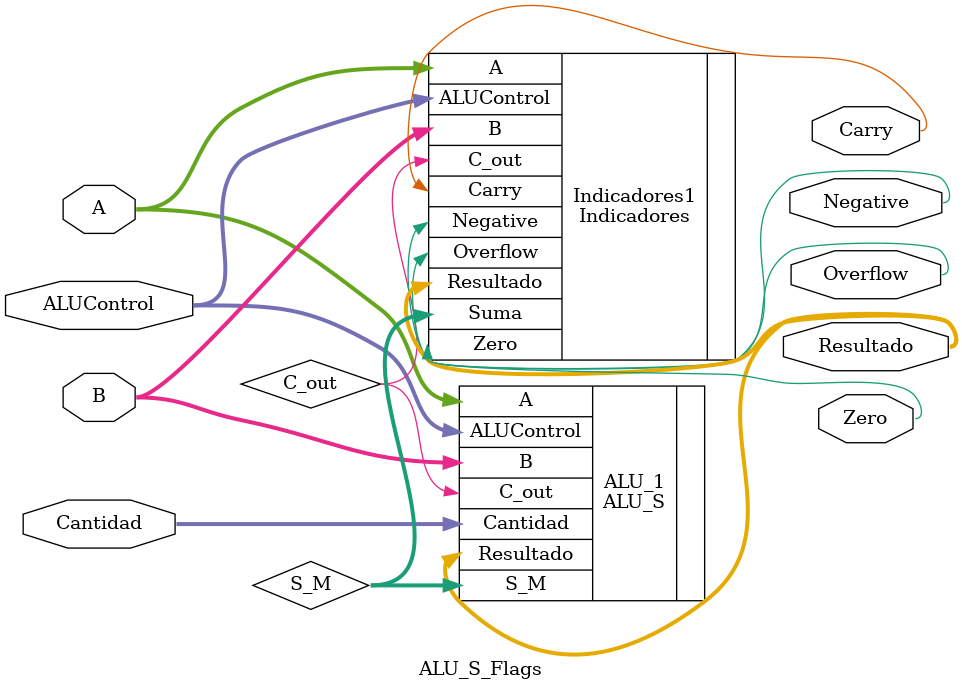
<source format=v>
module ALU_S_Flags(
    input wire [7:0] A, B,
    input wire [2:0] ALUControl,
    input wire [2:0] Cantidad,  // Ajustado a 3 bits como el módulo ALU_S
    output wire [7:0] Resultado,
    output wire Carry,
    output wire Overflow,
    output wire Negative,
    output wire Zero
);

    wire [7:0] S_M;
    wire C_out;

    // Para ALU_S
    ALU_S ALU_1 (
        .A(A),
        .B(B),
        .ALUControl(ALUControl),
        .Cantidad(Cantidad),
        .S_M(S_M),
        .C_out(C_out),
        .Resultado(Resultado)
    );

    // Para Indicadores
    Indicadores Indicadores1 (
        .A(A),
        .B(B),
        .ALUControl(ALUControl),
        .Suma(S_M),
        .C_out(C_out),
        .Resultado(Resultado),
        .Carry(Carry),
        .Overflow(Overflow),
        .Negative(Negative),
        .Zero(Zero)
    );

endmodule

</source>
